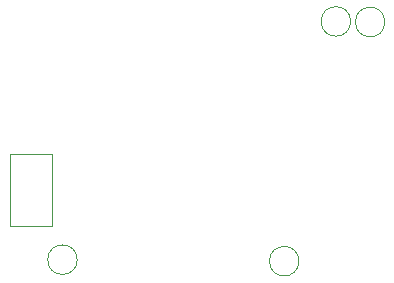
<source format=gbr>
G04 #@! TF.GenerationSoftware,KiCad,Pcbnew,(5.1.8)-1*
G04 #@! TF.CreationDate,2020-12-05T00:35:16+00:00*
G04 #@! TF.ProjectId,Great Wave Refurbishing GBA Battery Board,47726561-7420-4576-9176-652052656675,rev?*
G04 #@! TF.SameCoordinates,Original*
G04 #@! TF.FileFunction,Other,User*
%FSLAX46Y46*%
G04 Gerber Fmt 4.6, Leading zero omitted, Abs format (unit mm)*
G04 Created by KiCad (PCBNEW (5.1.8)-1) date 2020-12-05 00:35:16*
%MOMM*%
%LPD*%
G01*
G04 APERTURE LIST*
%ADD10C,0.050000*%
G04 APERTURE END LIST*
D10*
X43675000Y-13725000D02*
G75*
G03*
X43675000Y-13725000I-1250000J0D01*
G01*
X40775000Y-13675000D02*
G75*
G03*
X40775000Y-13675000I-1250000J0D01*
G01*
X36400000Y-33975000D02*
G75*
G03*
X36400000Y-33975000I-1250000J0D01*
G01*
X17625000Y-33850000D02*
G75*
G03*
X17625000Y-33850000I-1250000J0D01*
G01*
X15510500Y-24864500D02*
X11910500Y-24864500D01*
X15510500Y-31014500D02*
X15510500Y-24864500D01*
X11910500Y-31014500D02*
X15510500Y-31014500D01*
X11910500Y-24864500D02*
X11910500Y-31014500D01*
M02*

</source>
